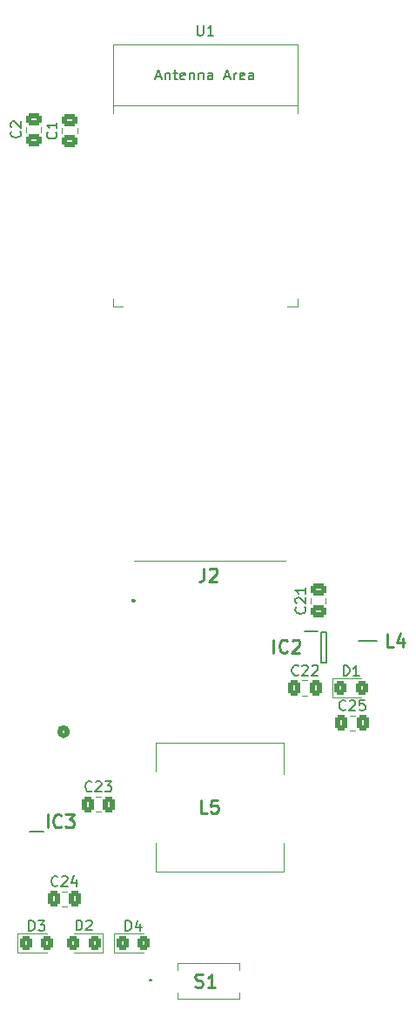
<source format=gto>
G04 #@! TF.GenerationSoftware,KiCad,Pcbnew,7.0.10*
G04 #@! TF.CreationDate,2024-02-24T15:32:32-05:00*
G04 #@! TF.ProjectId,Bird3Controller,42697264-3343-46f6-9e74-726f6c6c6572,rev?*
G04 #@! TF.SameCoordinates,Original*
G04 #@! TF.FileFunction,Legend,Top*
G04 #@! TF.FilePolarity,Positive*
%FSLAX46Y46*%
G04 Gerber Fmt 4.6, Leading zero omitted, Abs format (unit mm)*
G04 Created by KiCad (PCBNEW 7.0.10) date 2024-02-24 15:32:32*
%MOMM*%
%LPD*%
G01*
G04 APERTURE LIST*
G04 Aperture macros list*
%AMRoundRect*
0 Rectangle with rounded corners*
0 $1 Rounding radius*
0 $2 $3 $4 $5 $6 $7 $8 $9 X,Y pos of 4 corners*
0 Add a 4 corners polygon primitive as box body*
4,1,4,$2,$3,$4,$5,$6,$7,$8,$9,$2,$3,0*
0 Add four circle primitives for the rounded corners*
1,1,$1+$1,$2,$3*
1,1,$1+$1,$4,$5*
1,1,$1+$1,$6,$7*
1,1,$1+$1,$8,$9*
0 Add four rect primitives between the rounded corners*
20,1,$1+$1,$2,$3,$4,$5,0*
20,1,$1+$1,$4,$5,$6,$7,0*
20,1,$1+$1,$6,$7,$8,$9,0*
20,1,$1+$1,$8,$9,$2,$3,0*%
G04 Aperture macros list end*
%ADD10C,0.254000*%
%ADD11C,0.150000*%
%ADD12C,0.100000*%
%ADD13C,0.300000*%
%ADD14C,0.200000*%
%ADD15C,0.120000*%
%ADD16C,0.508000*%
%ADD17C,0.463500*%
%ADD18R,0.300000X0.800000*%
%ADD19R,0.400000X0.800000*%
%ADD20R,1.250000X0.600000*%
%ADD21R,2.200000X1.200000*%
%ADD22R,2.900000X5.400000*%
%ADD23RoundRect,0.250000X-0.337500X-0.475000X0.337500X-0.475000X0.337500X0.475000X-0.337500X0.475000X0*%
%ADD24RoundRect,0.250000X-0.325000X-0.450000X0.325000X-0.450000X0.325000X0.450000X-0.325000X0.450000X0*%
%ADD25RoundRect,0.250000X0.325000X0.450000X-0.325000X0.450000X-0.325000X-0.450000X0.325000X-0.450000X0*%
%ADD26RoundRect,0.250000X0.475000X-0.337500X0.475000X0.337500X-0.475000X0.337500X-0.475000X-0.337500X0*%
%ADD27R,1.425000X0.450000*%
%ADD28R,1.880000X2.000000*%
%ADD29R,2.000000X1.500000*%
%ADD30R,1.500000X0.900000*%
%ADD31R,0.900000X1.500000*%
%ADD32R,0.900000X0.900000*%
%ADD33C,0.800000*%
%ADD34O,2.152400X1.152400*%
%ADD35C,1.041400*%
G04 APERTURE END LIST*
D10*
X182076667Y-99871318D02*
X182076667Y-100778461D01*
X182076667Y-100778461D02*
X182016190Y-100959889D01*
X182016190Y-100959889D02*
X181895238Y-101080842D01*
X181895238Y-101080842D02*
X181713809Y-101141318D01*
X181713809Y-101141318D02*
X181592857Y-101141318D01*
X182620952Y-99992270D02*
X182681428Y-99931794D01*
X182681428Y-99931794D02*
X182802381Y-99871318D01*
X182802381Y-99871318D02*
X183104762Y-99871318D01*
X183104762Y-99871318D02*
X183225714Y-99931794D01*
X183225714Y-99931794D02*
X183286190Y-99992270D01*
X183286190Y-99992270D02*
X183346667Y-100113222D01*
X183346667Y-100113222D02*
X183346667Y-100234175D01*
X183346667Y-100234175D02*
X183286190Y-100415603D01*
X183286190Y-100415603D02*
X182560476Y-101141318D01*
X182560476Y-101141318D02*
X183346667Y-101141318D01*
X188860237Y-108074318D02*
X188860237Y-106804318D01*
X190190714Y-107953365D02*
X190130238Y-108013842D01*
X190130238Y-108013842D02*
X189948809Y-108074318D01*
X189948809Y-108074318D02*
X189827857Y-108074318D01*
X189827857Y-108074318D02*
X189646428Y-108013842D01*
X189646428Y-108013842D02*
X189525476Y-107892889D01*
X189525476Y-107892889D02*
X189464999Y-107771937D01*
X189464999Y-107771937D02*
X189404523Y-107530032D01*
X189404523Y-107530032D02*
X189404523Y-107348603D01*
X189404523Y-107348603D02*
X189464999Y-107106699D01*
X189464999Y-107106699D02*
X189525476Y-106985746D01*
X189525476Y-106985746D02*
X189646428Y-106864794D01*
X189646428Y-106864794D02*
X189827857Y-106804318D01*
X189827857Y-106804318D02*
X189948809Y-106804318D01*
X189948809Y-106804318D02*
X190130238Y-106864794D01*
X190130238Y-106864794D02*
X190190714Y-106925270D01*
X190674523Y-106925270D02*
X190734999Y-106864794D01*
X190734999Y-106864794D02*
X190855952Y-106804318D01*
X190855952Y-106804318D02*
X191158333Y-106804318D01*
X191158333Y-106804318D02*
X191279285Y-106864794D01*
X191279285Y-106864794D02*
X191339761Y-106925270D01*
X191339761Y-106925270D02*
X191400238Y-107046222D01*
X191400238Y-107046222D02*
X191400238Y-107167175D01*
X191400238Y-107167175D02*
X191339761Y-107348603D01*
X191339761Y-107348603D02*
X190614047Y-108074318D01*
X190614047Y-108074318D02*
X191400238Y-108074318D01*
X200488333Y-107474318D02*
X199883571Y-107474318D01*
X199883571Y-107474318D02*
X199883571Y-106204318D01*
X201455952Y-106627651D02*
X201455952Y-107474318D01*
X201153571Y-106143842D02*
X200851190Y-107050984D01*
X200851190Y-107050984D02*
X201637381Y-107050984D01*
X182388333Y-123674318D02*
X181783571Y-123674318D01*
X181783571Y-123674318D02*
X181783571Y-122404318D01*
X183416428Y-122404318D02*
X182811666Y-122404318D01*
X182811666Y-122404318D02*
X182751190Y-123009080D01*
X182751190Y-123009080D02*
X182811666Y-122948603D01*
X182811666Y-122948603D02*
X182932619Y-122888127D01*
X182932619Y-122888127D02*
X183235000Y-122888127D01*
X183235000Y-122888127D02*
X183355952Y-122948603D01*
X183355952Y-122948603D02*
X183416428Y-123009080D01*
X183416428Y-123009080D02*
X183476905Y-123130032D01*
X183476905Y-123130032D02*
X183476905Y-123432413D01*
X183476905Y-123432413D02*
X183416428Y-123553365D01*
X183416428Y-123553365D02*
X183355952Y-123613842D01*
X183355952Y-123613842D02*
X183235000Y-123674318D01*
X183235000Y-123674318D02*
X182932619Y-123674318D01*
X182932619Y-123674318D02*
X182811666Y-123613842D01*
X182811666Y-123613842D02*
X182751190Y-123553365D01*
D11*
X167857142Y-130679580D02*
X167809523Y-130727200D01*
X167809523Y-130727200D02*
X167666666Y-130774819D01*
X167666666Y-130774819D02*
X167571428Y-130774819D01*
X167571428Y-130774819D02*
X167428571Y-130727200D01*
X167428571Y-130727200D02*
X167333333Y-130631961D01*
X167333333Y-130631961D02*
X167285714Y-130536723D01*
X167285714Y-130536723D02*
X167238095Y-130346247D01*
X167238095Y-130346247D02*
X167238095Y-130203390D01*
X167238095Y-130203390D02*
X167285714Y-130012914D01*
X167285714Y-130012914D02*
X167333333Y-129917676D01*
X167333333Y-129917676D02*
X167428571Y-129822438D01*
X167428571Y-129822438D02*
X167571428Y-129774819D01*
X167571428Y-129774819D02*
X167666666Y-129774819D01*
X167666666Y-129774819D02*
X167809523Y-129822438D01*
X167809523Y-129822438D02*
X167857142Y-129870057D01*
X168238095Y-129870057D02*
X168285714Y-129822438D01*
X168285714Y-129822438D02*
X168380952Y-129774819D01*
X168380952Y-129774819D02*
X168619047Y-129774819D01*
X168619047Y-129774819D02*
X168714285Y-129822438D01*
X168714285Y-129822438D02*
X168761904Y-129870057D01*
X168761904Y-129870057D02*
X168809523Y-129965295D01*
X168809523Y-129965295D02*
X168809523Y-130060533D01*
X168809523Y-130060533D02*
X168761904Y-130203390D01*
X168761904Y-130203390D02*
X168190476Y-130774819D01*
X168190476Y-130774819D02*
X168809523Y-130774819D01*
X169666666Y-130108152D02*
X169666666Y-130774819D01*
X169428571Y-129727200D02*
X169190476Y-130441485D01*
X169190476Y-130441485D02*
X169809523Y-130441485D01*
X174461905Y-135104819D02*
X174461905Y-134104819D01*
X174461905Y-134104819D02*
X174700000Y-134104819D01*
X174700000Y-134104819D02*
X174842857Y-134152438D01*
X174842857Y-134152438D02*
X174938095Y-134247676D01*
X174938095Y-134247676D02*
X174985714Y-134342914D01*
X174985714Y-134342914D02*
X175033333Y-134533390D01*
X175033333Y-134533390D02*
X175033333Y-134676247D01*
X175033333Y-134676247D02*
X174985714Y-134866723D01*
X174985714Y-134866723D02*
X174938095Y-134961961D01*
X174938095Y-134961961D02*
X174842857Y-135057200D01*
X174842857Y-135057200D02*
X174700000Y-135104819D01*
X174700000Y-135104819D02*
X174461905Y-135104819D01*
X175890476Y-134438152D02*
X175890476Y-135104819D01*
X175652381Y-134057200D02*
X175414286Y-134771485D01*
X175414286Y-134771485D02*
X176033333Y-134771485D01*
X165061905Y-135104819D02*
X165061905Y-134104819D01*
X165061905Y-134104819D02*
X165300000Y-134104819D01*
X165300000Y-134104819D02*
X165442857Y-134152438D01*
X165442857Y-134152438D02*
X165538095Y-134247676D01*
X165538095Y-134247676D02*
X165585714Y-134342914D01*
X165585714Y-134342914D02*
X165633333Y-134533390D01*
X165633333Y-134533390D02*
X165633333Y-134676247D01*
X165633333Y-134676247D02*
X165585714Y-134866723D01*
X165585714Y-134866723D02*
X165538095Y-134961961D01*
X165538095Y-134961961D02*
X165442857Y-135057200D01*
X165442857Y-135057200D02*
X165300000Y-135104819D01*
X165300000Y-135104819D02*
X165061905Y-135104819D01*
X165966667Y-134104819D02*
X166585714Y-134104819D01*
X166585714Y-134104819D02*
X166252381Y-134485771D01*
X166252381Y-134485771D02*
X166395238Y-134485771D01*
X166395238Y-134485771D02*
X166490476Y-134533390D01*
X166490476Y-134533390D02*
X166538095Y-134581009D01*
X166538095Y-134581009D02*
X166585714Y-134676247D01*
X166585714Y-134676247D02*
X166585714Y-134914342D01*
X166585714Y-134914342D02*
X166538095Y-135009580D01*
X166538095Y-135009580D02*
X166490476Y-135057200D01*
X166490476Y-135057200D02*
X166395238Y-135104819D01*
X166395238Y-135104819D02*
X166109524Y-135104819D01*
X166109524Y-135104819D02*
X166014286Y-135057200D01*
X166014286Y-135057200D02*
X165966667Y-135009580D01*
X169661905Y-135054819D02*
X169661905Y-134054819D01*
X169661905Y-134054819D02*
X169900000Y-134054819D01*
X169900000Y-134054819D02*
X170042857Y-134102438D01*
X170042857Y-134102438D02*
X170138095Y-134197676D01*
X170138095Y-134197676D02*
X170185714Y-134292914D01*
X170185714Y-134292914D02*
X170233333Y-134483390D01*
X170233333Y-134483390D02*
X170233333Y-134626247D01*
X170233333Y-134626247D02*
X170185714Y-134816723D01*
X170185714Y-134816723D02*
X170138095Y-134911961D01*
X170138095Y-134911961D02*
X170042857Y-135007200D01*
X170042857Y-135007200D02*
X169900000Y-135054819D01*
X169900000Y-135054819D02*
X169661905Y-135054819D01*
X170614286Y-134150057D02*
X170661905Y-134102438D01*
X170661905Y-134102438D02*
X170757143Y-134054819D01*
X170757143Y-134054819D02*
X170995238Y-134054819D01*
X170995238Y-134054819D02*
X171090476Y-134102438D01*
X171090476Y-134102438D02*
X171138095Y-134150057D01*
X171138095Y-134150057D02*
X171185714Y-134245295D01*
X171185714Y-134245295D02*
X171185714Y-134340533D01*
X171185714Y-134340533D02*
X171138095Y-134483390D01*
X171138095Y-134483390D02*
X170566667Y-135054819D01*
X170566667Y-135054819D02*
X171185714Y-135054819D01*
X195661905Y-110304819D02*
X195661905Y-109304819D01*
X195661905Y-109304819D02*
X195900000Y-109304819D01*
X195900000Y-109304819D02*
X196042857Y-109352438D01*
X196042857Y-109352438D02*
X196138095Y-109447676D01*
X196138095Y-109447676D02*
X196185714Y-109542914D01*
X196185714Y-109542914D02*
X196233333Y-109733390D01*
X196233333Y-109733390D02*
X196233333Y-109876247D01*
X196233333Y-109876247D02*
X196185714Y-110066723D01*
X196185714Y-110066723D02*
X196138095Y-110161961D01*
X196138095Y-110161961D02*
X196042857Y-110257200D01*
X196042857Y-110257200D02*
X195900000Y-110304819D01*
X195900000Y-110304819D02*
X195661905Y-110304819D01*
X197185714Y-110304819D02*
X196614286Y-110304819D01*
X196900000Y-110304819D02*
X196900000Y-109304819D01*
X196900000Y-109304819D02*
X196804762Y-109447676D01*
X196804762Y-109447676D02*
X196709524Y-109542914D01*
X196709524Y-109542914D02*
X196614286Y-109590533D01*
X195857142Y-113579580D02*
X195809523Y-113627200D01*
X195809523Y-113627200D02*
X195666666Y-113674819D01*
X195666666Y-113674819D02*
X195571428Y-113674819D01*
X195571428Y-113674819D02*
X195428571Y-113627200D01*
X195428571Y-113627200D02*
X195333333Y-113531961D01*
X195333333Y-113531961D02*
X195285714Y-113436723D01*
X195285714Y-113436723D02*
X195238095Y-113246247D01*
X195238095Y-113246247D02*
X195238095Y-113103390D01*
X195238095Y-113103390D02*
X195285714Y-112912914D01*
X195285714Y-112912914D02*
X195333333Y-112817676D01*
X195333333Y-112817676D02*
X195428571Y-112722438D01*
X195428571Y-112722438D02*
X195571428Y-112674819D01*
X195571428Y-112674819D02*
X195666666Y-112674819D01*
X195666666Y-112674819D02*
X195809523Y-112722438D01*
X195809523Y-112722438D02*
X195857142Y-112770057D01*
X196238095Y-112770057D02*
X196285714Y-112722438D01*
X196285714Y-112722438D02*
X196380952Y-112674819D01*
X196380952Y-112674819D02*
X196619047Y-112674819D01*
X196619047Y-112674819D02*
X196714285Y-112722438D01*
X196714285Y-112722438D02*
X196761904Y-112770057D01*
X196761904Y-112770057D02*
X196809523Y-112865295D01*
X196809523Y-112865295D02*
X196809523Y-112960533D01*
X196809523Y-112960533D02*
X196761904Y-113103390D01*
X196761904Y-113103390D02*
X196190476Y-113674819D01*
X196190476Y-113674819D02*
X196809523Y-113674819D01*
X197714285Y-112674819D02*
X197238095Y-112674819D01*
X197238095Y-112674819D02*
X197190476Y-113151009D01*
X197190476Y-113151009D02*
X197238095Y-113103390D01*
X197238095Y-113103390D02*
X197333333Y-113055771D01*
X197333333Y-113055771D02*
X197571428Y-113055771D01*
X197571428Y-113055771D02*
X197666666Y-113103390D01*
X197666666Y-113103390D02*
X197714285Y-113151009D01*
X197714285Y-113151009D02*
X197761904Y-113246247D01*
X197761904Y-113246247D02*
X197761904Y-113484342D01*
X197761904Y-113484342D02*
X197714285Y-113579580D01*
X197714285Y-113579580D02*
X197666666Y-113627200D01*
X197666666Y-113627200D02*
X197571428Y-113674819D01*
X197571428Y-113674819D02*
X197333333Y-113674819D01*
X197333333Y-113674819D02*
X197238095Y-113627200D01*
X197238095Y-113627200D02*
X197190476Y-113579580D01*
X171157142Y-121479580D02*
X171109523Y-121527200D01*
X171109523Y-121527200D02*
X170966666Y-121574819D01*
X170966666Y-121574819D02*
X170871428Y-121574819D01*
X170871428Y-121574819D02*
X170728571Y-121527200D01*
X170728571Y-121527200D02*
X170633333Y-121431961D01*
X170633333Y-121431961D02*
X170585714Y-121336723D01*
X170585714Y-121336723D02*
X170538095Y-121146247D01*
X170538095Y-121146247D02*
X170538095Y-121003390D01*
X170538095Y-121003390D02*
X170585714Y-120812914D01*
X170585714Y-120812914D02*
X170633333Y-120717676D01*
X170633333Y-120717676D02*
X170728571Y-120622438D01*
X170728571Y-120622438D02*
X170871428Y-120574819D01*
X170871428Y-120574819D02*
X170966666Y-120574819D01*
X170966666Y-120574819D02*
X171109523Y-120622438D01*
X171109523Y-120622438D02*
X171157142Y-120670057D01*
X171538095Y-120670057D02*
X171585714Y-120622438D01*
X171585714Y-120622438D02*
X171680952Y-120574819D01*
X171680952Y-120574819D02*
X171919047Y-120574819D01*
X171919047Y-120574819D02*
X172014285Y-120622438D01*
X172014285Y-120622438D02*
X172061904Y-120670057D01*
X172061904Y-120670057D02*
X172109523Y-120765295D01*
X172109523Y-120765295D02*
X172109523Y-120860533D01*
X172109523Y-120860533D02*
X172061904Y-121003390D01*
X172061904Y-121003390D02*
X171490476Y-121574819D01*
X171490476Y-121574819D02*
X172109523Y-121574819D01*
X172442857Y-120574819D02*
X173061904Y-120574819D01*
X173061904Y-120574819D02*
X172728571Y-120955771D01*
X172728571Y-120955771D02*
X172871428Y-120955771D01*
X172871428Y-120955771D02*
X172966666Y-121003390D01*
X172966666Y-121003390D02*
X173014285Y-121051009D01*
X173014285Y-121051009D02*
X173061904Y-121146247D01*
X173061904Y-121146247D02*
X173061904Y-121384342D01*
X173061904Y-121384342D02*
X173014285Y-121479580D01*
X173014285Y-121479580D02*
X172966666Y-121527200D01*
X172966666Y-121527200D02*
X172871428Y-121574819D01*
X172871428Y-121574819D02*
X172585714Y-121574819D01*
X172585714Y-121574819D02*
X172490476Y-121527200D01*
X172490476Y-121527200D02*
X172442857Y-121479580D01*
X191257142Y-110179580D02*
X191209523Y-110227200D01*
X191209523Y-110227200D02*
X191066666Y-110274819D01*
X191066666Y-110274819D02*
X190971428Y-110274819D01*
X190971428Y-110274819D02*
X190828571Y-110227200D01*
X190828571Y-110227200D02*
X190733333Y-110131961D01*
X190733333Y-110131961D02*
X190685714Y-110036723D01*
X190685714Y-110036723D02*
X190638095Y-109846247D01*
X190638095Y-109846247D02*
X190638095Y-109703390D01*
X190638095Y-109703390D02*
X190685714Y-109512914D01*
X190685714Y-109512914D02*
X190733333Y-109417676D01*
X190733333Y-109417676D02*
X190828571Y-109322438D01*
X190828571Y-109322438D02*
X190971428Y-109274819D01*
X190971428Y-109274819D02*
X191066666Y-109274819D01*
X191066666Y-109274819D02*
X191209523Y-109322438D01*
X191209523Y-109322438D02*
X191257142Y-109370057D01*
X191638095Y-109370057D02*
X191685714Y-109322438D01*
X191685714Y-109322438D02*
X191780952Y-109274819D01*
X191780952Y-109274819D02*
X192019047Y-109274819D01*
X192019047Y-109274819D02*
X192114285Y-109322438D01*
X192114285Y-109322438D02*
X192161904Y-109370057D01*
X192161904Y-109370057D02*
X192209523Y-109465295D01*
X192209523Y-109465295D02*
X192209523Y-109560533D01*
X192209523Y-109560533D02*
X192161904Y-109703390D01*
X192161904Y-109703390D02*
X191590476Y-110274819D01*
X191590476Y-110274819D02*
X192209523Y-110274819D01*
X192590476Y-109370057D02*
X192638095Y-109322438D01*
X192638095Y-109322438D02*
X192733333Y-109274819D01*
X192733333Y-109274819D02*
X192971428Y-109274819D01*
X192971428Y-109274819D02*
X193066666Y-109322438D01*
X193066666Y-109322438D02*
X193114285Y-109370057D01*
X193114285Y-109370057D02*
X193161904Y-109465295D01*
X193161904Y-109465295D02*
X193161904Y-109560533D01*
X193161904Y-109560533D02*
X193114285Y-109703390D01*
X193114285Y-109703390D02*
X192542857Y-110274819D01*
X192542857Y-110274819D02*
X193161904Y-110274819D01*
X191879580Y-103642857D02*
X191927200Y-103690476D01*
X191927200Y-103690476D02*
X191974819Y-103833333D01*
X191974819Y-103833333D02*
X191974819Y-103928571D01*
X191974819Y-103928571D02*
X191927200Y-104071428D01*
X191927200Y-104071428D02*
X191831961Y-104166666D01*
X191831961Y-104166666D02*
X191736723Y-104214285D01*
X191736723Y-104214285D02*
X191546247Y-104261904D01*
X191546247Y-104261904D02*
X191403390Y-104261904D01*
X191403390Y-104261904D02*
X191212914Y-104214285D01*
X191212914Y-104214285D02*
X191117676Y-104166666D01*
X191117676Y-104166666D02*
X191022438Y-104071428D01*
X191022438Y-104071428D02*
X190974819Y-103928571D01*
X190974819Y-103928571D02*
X190974819Y-103833333D01*
X190974819Y-103833333D02*
X191022438Y-103690476D01*
X191022438Y-103690476D02*
X191070057Y-103642857D01*
X191070057Y-103261904D02*
X191022438Y-103214285D01*
X191022438Y-103214285D02*
X190974819Y-103119047D01*
X190974819Y-103119047D02*
X190974819Y-102880952D01*
X190974819Y-102880952D02*
X191022438Y-102785714D01*
X191022438Y-102785714D02*
X191070057Y-102738095D01*
X191070057Y-102738095D02*
X191165295Y-102690476D01*
X191165295Y-102690476D02*
X191260533Y-102690476D01*
X191260533Y-102690476D02*
X191403390Y-102738095D01*
X191403390Y-102738095D02*
X191974819Y-103309523D01*
X191974819Y-103309523D02*
X191974819Y-102690476D01*
X191974819Y-101738095D02*
X191974819Y-102309523D01*
X191974819Y-102023809D02*
X190974819Y-102023809D01*
X190974819Y-102023809D02*
X191117676Y-102119047D01*
X191117676Y-102119047D02*
X191212914Y-102214285D01*
X191212914Y-102214285D02*
X191260533Y-102309523D01*
X164179580Y-57366666D02*
X164227200Y-57414285D01*
X164227200Y-57414285D02*
X164274819Y-57557142D01*
X164274819Y-57557142D02*
X164274819Y-57652380D01*
X164274819Y-57652380D02*
X164227200Y-57795237D01*
X164227200Y-57795237D02*
X164131961Y-57890475D01*
X164131961Y-57890475D02*
X164036723Y-57938094D01*
X164036723Y-57938094D02*
X163846247Y-57985713D01*
X163846247Y-57985713D02*
X163703390Y-57985713D01*
X163703390Y-57985713D02*
X163512914Y-57938094D01*
X163512914Y-57938094D02*
X163417676Y-57890475D01*
X163417676Y-57890475D02*
X163322438Y-57795237D01*
X163322438Y-57795237D02*
X163274819Y-57652380D01*
X163274819Y-57652380D02*
X163274819Y-57557142D01*
X163274819Y-57557142D02*
X163322438Y-57414285D01*
X163322438Y-57414285D02*
X163370057Y-57366666D01*
X163370057Y-56985713D02*
X163322438Y-56938094D01*
X163322438Y-56938094D02*
X163274819Y-56842856D01*
X163274819Y-56842856D02*
X163274819Y-56604761D01*
X163274819Y-56604761D02*
X163322438Y-56509523D01*
X163322438Y-56509523D02*
X163370057Y-56461904D01*
X163370057Y-56461904D02*
X163465295Y-56414285D01*
X163465295Y-56414285D02*
X163560533Y-56414285D01*
X163560533Y-56414285D02*
X163703390Y-56461904D01*
X163703390Y-56461904D02*
X164274819Y-57033332D01*
X164274819Y-57033332D02*
X164274819Y-56414285D01*
X167679580Y-57466666D02*
X167727200Y-57514285D01*
X167727200Y-57514285D02*
X167774819Y-57657142D01*
X167774819Y-57657142D02*
X167774819Y-57752380D01*
X167774819Y-57752380D02*
X167727200Y-57895237D01*
X167727200Y-57895237D02*
X167631961Y-57990475D01*
X167631961Y-57990475D02*
X167536723Y-58038094D01*
X167536723Y-58038094D02*
X167346247Y-58085713D01*
X167346247Y-58085713D02*
X167203390Y-58085713D01*
X167203390Y-58085713D02*
X167012914Y-58038094D01*
X167012914Y-58038094D02*
X166917676Y-57990475D01*
X166917676Y-57990475D02*
X166822438Y-57895237D01*
X166822438Y-57895237D02*
X166774819Y-57752380D01*
X166774819Y-57752380D02*
X166774819Y-57657142D01*
X166774819Y-57657142D02*
X166822438Y-57514285D01*
X166822438Y-57514285D02*
X166870057Y-57466666D01*
X167774819Y-56514285D02*
X167774819Y-57085713D01*
X167774819Y-56799999D02*
X166774819Y-56799999D01*
X166774819Y-56799999D02*
X166917676Y-56895237D01*
X166917676Y-56895237D02*
X167012914Y-56990475D01*
X167012914Y-56990475D02*
X167060533Y-57085713D01*
D10*
X166860237Y-125074318D02*
X166860237Y-123804318D01*
X168190714Y-124953365D02*
X168130238Y-125013842D01*
X168130238Y-125013842D02*
X167948809Y-125074318D01*
X167948809Y-125074318D02*
X167827857Y-125074318D01*
X167827857Y-125074318D02*
X167646428Y-125013842D01*
X167646428Y-125013842D02*
X167525476Y-124892889D01*
X167525476Y-124892889D02*
X167464999Y-124771937D01*
X167464999Y-124771937D02*
X167404523Y-124530032D01*
X167404523Y-124530032D02*
X167404523Y-124348603D01*
X167404523Y-124348603D02*
X167464999Y-124106699D01*
X167464999Y-124106699D02*
X167525476Y-123985746D01*
X167525476Y-123985746D02*
X167646428Y-123864794D01*
X167646428Y-123864794D02*
X167827857Y-123804318D01*
X167827857Y-123804318D02*
X167948809Y-123804318D01*
X167948809Y-123804318D02*
X168130238Y-123864794D01*
X168130238Y-123864794D02*
X168190714Y-123925270D01*
X168614047Y-123804318D02*
X169400238Y-123804318D01*
X169400238Y-123804318D02*
X168976904Y-124288127D01*
X168976904Y-124288127D02*
X169158333Y-124288127D01*
X169158333Y-124288127D02*
X169279285Y-124348603D01*
X169279285Y-124348603D02*
X169339761Y-124409080D01*
X169339761Y-124409080D02*
X169400238Y-124530032D01*
X169400238Y-124530032D02*
X169400238Y-124832413D01*
X169400238Y-124832413D02*
X169339761Y-124953365D01*
X169339761Y-124953365D02*
X169279285Y-125013842D01*
X169279285Y-125013842D02*
X169158333Y-125074318D01*
X169158333Y-125074318D02*
X168795476Y-125074318D01*
X168795476Y-125074318D02*
X168674523Y-125013842D01*
X168674523Y-125013842D02*
X168614047Y-124953365D01*
X181232380Y-140513842D02*
X181413809Y-140574318D01*
X181413809Y-140574318D02*
X181716190Y-140574318D01*
X181716190Y-140574318D02*
X181837142Y-140513842D01*
X181837142Y-140513842D02*
X181897618Y-140453365D01*
X181897618Y-140453365D02*
X181958095Y-140332413D01*
X181958095Y-140332413D02*
X181958095Y-140211461D01*
X181958095Y-140211461D02*
X181897618Y-140090508D01*
X181897618Y-140090508D02*
X181837142Y-140030032D01*
X181837142Y-140030032D02*
X181716190Y-139969556D01*
X181716190Y-139969556D02*
X181474285Y-139909080D01*
X181474285Y-139909080D02*
X181353333Y-139848603D01*
X181353333Y-139848603D02*
X181292856Y-139788127D01*
X181292856Y-139788127D02*
X181232380Y-139667175D01*
X181232380Y-139667175D02*
X181232380Y-139546222D01*
X181232380Y-139546222D02*
X181292856Y-139425270D01*
X181292856Y-139425270D02*
X181353333Y-139364794D01*
X181353333Y-139364794D02*
X181474285Y-139304318D01*
X181474285Y-139304318D02*
X181776666Y-139304318D01*
X181776666Y-139304318D02*
X181958095Y-139364794D01*
X183167619Y-140574318D02*
X182441904Y-140574318D01*
X182804761Y-140574318D02*
X182804761Y-139304318D01*
X182804761Y-139304318D02*
X182683809Y-139485746D01*
X182683809Y-139485746D02*
X182562857Y-139606699D01*
X182562857Y-139606699D02*
X182441904Y-139667175D01*
D11*
X181438095Y-47044819D02*
X181438095Y-47854342D01*
X181438095Y-47854342D02*
X181485714Y-47949580D01*
X181485714Y-47949580D02*
X181533333Y-47997200D01*
X181533333Y-47997200D02*
X181628571Y-48044819D01*
X181628571Y-48044819D02*
X181819047Y-48044819D01*
X181819047Y-48044819D02*
X181914285Y-47997200D01*
X181914285Y-47997200D02*
X181961904Y-47949580D01*
X181961904Y-47949580D02*
X182009523Y-47854342D01*
X182009523Y-47854342D02*
X182009523Y-47044819D01*
X183009523Y-48044819D02*
X182438095Y-48044819D01*
X182723809Y-48044819D02*
X182723809Y-47044819D01*
X182723809Y-47044819D02*
X182628571Y-47187676D01*
X182628571Y-47187676D02*
X182533333Y-47282914D01*
X182533333Y-47282914D02*
X182438095Y-47330533D01*
X177438094Y-52059104D02*
X177914284Y-52059104D01*
X177342856Y-52344819D02*
X177676189Y-51344819D01*
X177676189Y-51344819D02*
X178009522Y-52344819D01*
X178342856Y-51678152D02*
X178342856Y-52344819D01*
X178342856Y-51773390D02*
X178390475Y-51725771D01*
X178390475Y-51725771D02*
X178485713Y-51678152D01*
X178485713Y-51678152D02*
X178628570Y-51678152D01*
X178628570Y-51678152D02*
X178723808Y-51725771D01*
X178723808Y-51725771D02*
X178771427Y-51821009D01*
X178771427Y-51821009D02*
X178771427Y-52344819D01*
X179104761Y-51678152D02*
X179485713Y-51678152D01*
X179247618Y-51344819D02*
X179247618Y-52201961D01*
X179247618Y-52201961D02*
X179295237Y-52297200D01*
X179295237Y-52297200D02*
X179390475Y-52344819D01*
X179390475Y-52344819D02*
X179485713Y-52344819D01*
X180199999Y-52297200D02*
X180104761Y-52344819D01*
X180104761Y-52344819D02*
X179914285Y-52344819D01*
X179914285Y-52344819D02*
X179819047Y-52297200D01*
X179819047Y-52297200D02*
X179771428Y-52201961D01*
X179771428Y-52201961D02*
X179771428Y-51821009D01*
X179771428Y-51821009D02*
X179819047Y-51725771D01*
X179819047Y-51725771D02*
X179914285Y-51678152D01*
X179914285Y-51678152D02*
X180104761Y-51678152D01*
X180104761Y-51678152D02*
X180199999Y-51725771D01*
X180199999Y-51725771D02*
X180247618Y-51821009D01*
X180247618Y-51821009D02*
X180247618Y-51916247D01*
X180247618Y-51916247D02*
X179771428Y-52011485D01*
X180676190Y-51678152D02*
X180676190Y-52344819D01*
X180676190Y-51773390D02*
X180723809Y-51725771D01*
X180723809Y-51725771D02*
X180819047Y-51678152D01*
X180819047Y-51678152D02*
X180961904Y-51678152D01*
X180961904Y-51678152D02*
X181057142Y-51725771D01*
X181057142Y-51725771D02*
X181104761Y-51821009D01*
X181104761Y-51821009D02*
X181104761Y-52344819D01*
X181580952Y-51678152D02*
X181580952Y-52344819D01*
X181580952Y-51773390D02*
X181628571Y-51725771D01*
X181628571Y-51725771D02*
X181723809Y-51678152D01*
X181723809Y-51678152D02*
X181866666Y-51678152D01*
X181866666Y-51678152D02*
X181961904Y-51725771D01*
X181961904Y-51725771D02*
X182009523Y-51821009D01*
X182009523Y-51821009D02*
X182009523Y-52344819D01*
X182914285Y-52344819D02*
X182914285Y-51821009D01*
X182914285Y-51821009D02*
X182866666Y-51725771D01*
X182866666Y-51725771D02*
X182771428Y-51678152D01*
X182771428Y-51678152D02*
X182580952Y-51678152D01*
X182580952Y-51678152D02*
X182485714Y-51725771D01*
X182914285Y-52297200D02*
X182819047Y-52344819D01*
X182819047Y-52344819D02*
X182580952Y-52344819D01*
X182580952Y-52344819D02*
X182485714Y-52297200D01*
X182485714Y-52297200D02*
X182438095Y-52201961D01*
X182438095Y-52201961D02*
X182438095Y-52106723D01*
X182438095Y-52106723D02*
X182485714Y-52011485D01*
X182485714Y-52011485D02*
X182580952Y-51963866D01*
X182580952Y-51963866D02*
X182819047Y-51963866D01*
X182819047Y-51963866D02*
X182914285Y-51916247D01*
X184104762Y-52059104D02*
X184580952Y-52059104D01*
X184009524Y-52344819D02*
X184342857Y-51344819D01*
X184342857Y-51344819D02*
X184676190Y-52344819D01*
X185009524Y-52344819D02*
X185009524Y-51678152D01*
X185009524Y-51868628D02*
X185057143Y-51773390D01*
X185057143Y-51773390D02*
X185104762Y-51725771D01*
X185104762Y-51725771D02*
X185200000Y-51678152D01*
X185200000Y-51678152D02*
X185295238Y-51678152D01*
X186009524Y-52297200D02*
X185914286Y-52344819D01*
X185914286Y-52344819D02*
X185723810Y-52344819D01*
X185723810Y-52344819D02*
X185628572Y-52297200D01*
X185628572Y-52297200D02*
X185580953Y-52201961D01*
X185580953Y-52201961D02*
X185580953Y-51821009D01*
X185580953Y-51821009D02*
X185628572Y-51725771D01*
X185628572Y-51725771D02*
X185723810Y-51678152D01*
X185723810Y-51678152D02*
X185914286Y-51678152D01*
X185914286Y-51678152D02*
X186009524Y-51725771D01*
X186009524Y-51725771D02*
X186057143Y-51821009D01*
X186057143Y-51821009D02*
X186057143Y-51916247D01*
X186057143Y-51916247D02*
X185580953Y-52011485D01*
X186914286Y-52344819D02*
X186914286Y-51821009D01*
X186914286Y-51821009D02*
X186866667Y-51725771D01*
X186866667Y-51725771D02*
X186771429Y-51678152D01*
X186771429Y-51678152D02*
X186580953Y-51678152D01*
X186580953Y-51678152D02*
X186485715Y-51725771D01*
X186914286Y-52297200D02*
X186819048Y-52344819D01*
X186819048Y-52344819D02*
X186580953Y-52344819D01*
X186580953Y-52344819D02*
X186485715Y-52297200D01*
X186485715Y-52297200D02*
X186438096Y-52201961D01*
X186438096Y-52201961D02*
X186438096Y-52106723D01*
X186438096Y-52106723D02*
X186485715Y-52011485D01*
X186485715Y-52011485D02*
X186580953Y-51963866D01*
X186580953Y-51963866D02*
X186819048Y-51963866D01*
X186819048Y-51963866D02*
X186914286Y-51916247D01*
D12*
X190000000Y-99100000D02*
X175250000Y-99100000D01*
D13*
X175250000Y-103000000D02*
X175250000Y-103000000D01*
X175150000Y-103000000D02*
X175150000Y-103000000D01*
X175150000Y-103000000D02*
G75*
G03*
X175250000Y-103000000I50000J0D01*
G01*
X175250000Y-103000000D02*
G75*
G03*
X175150000Y-103000000I-50000J0D01*
G01*
D14*
X191875000Y-105950000D02*
X193125000Y-105950000D01*
X193475000Y-106100000D02*
X194025000Y-106100000D01*
X193475000Y-109000000D02*
X193475000Y-106100000D01*
X194025000Y-106100000D02*
X194025000Y-109000000D01*
X194025000Y-109000000D02*
X193475000Y-109000000D01*
X198900000Y-106900000D02*
X197100000Y-106900000D01*
D12*
X177350000Y-116850000D02*
X189850000Y-116850000D01*
X189850000Y-116850000D02*
X189850000Y-116850000D01*
X189850000Y-116850000D02*
X177350000Y-116850000D01*
X177350000Y-116850000D02*
X177350000Y-116850000D01*
X189850000Y-129350000D02*
X177350000Y-129350000D01*
X177350000Y-129350000D02*
X177350000Y-129350000D01*
X177350000Y-129350000D02*
X189850000Y-129350000D01*
X189850000Y-129350000D02*
X189850000Y-129350000D01*
X177350000Y-119600000D02*
X177350000Y-119600000D01*
X177350000Y-119600000D02*
X177350000Y-116850000D01*
X177350000Y-116850000D02*
X177350000Y-116850000D01*
X177350000Y-116850000D02*
X177350000Y-119600000D01*
X189850000Y-116850000D02*
X189850000Y-116850000D01*
X189850000Y-116850000D02*
X189850000Y-119850000D01*
X189850000Y-119850000D02*
X189850000Y-119850000D01*
X189850000Y-119850000D02*
X189850000Y-116850000D01*
X189850000Y-126600000D02*
X189850000Y-126600000D01*
X189850000Y-126600000D02*
X189850000Y-129350000D01*
X189850000Y-129350000D02*
X189850000Y-129350000D01*
X189850000Y-129350000D02*
X189850000Y-126600000D01*
X177350000Y-129350000D02*
X177350000Y-129350000D01*
X177350000Y-129350000D02*
X177350000Y-126600000D01*
X177350000Y-126600000D02*
X177350000Y-126600000D01*
X177350000Y-126600000D02*
X177350000Y-129350000D01*
D15*
X168238748Y-131265000D02*
X168761252Y-131265000D01*
X168238748Y-132735000D02*
X168761252Y-132735000D01*
X173340000Y-135340000D02*
X173340000Y-137260000D01*
X176200000Y-135340000D02*
X173340000Y-135340000D01*
X173340000Y-137260000D02*
X176200000Y-137260000D01*
X163940000Y-137260000D02*
X166800000Y-137260000D01*
X166800000Y-135340000D02*
X163940000Y-135340000D01*
X163940000Y-135340000D02*
X163940000Y-137260000D01*
X172260000Y-135340000D02*
X169400000Y-135340000D01*
X169400000Y-137260000D02*
X172260000Y-137260000D01*
X172260000Y-137260000D02*
X172260000Y-135340000D01*
X194540000Y-110540000D02*
X194540000Y-112460000D01*
X197400000Y-110540000D02*
X194540000Y-110540000D01*
X194540000Y-112460000D02*
X197400000Y-112460000D01*
X196238748Y-114165000D02*
X196761252Y-114165000D01*
X196238748Y-115635000D02*
X196761252Y-115635000D01*
X171538748Y-122065000D02*
X172061252Y-122065000D01*
X171538748Y-123535000D02*
X172061252Y-123535000D01*
X191638748Y-110765000D02*
X192161252Y-110765000D01*
X191638748Y-112235000D02*
X192161252Y-112235000D01*
X192465000Y-103261252D02*
X192465000Y-102738748D01*
X193935000Y-103261252D02*
X193935000Y-102738748D01*
X164765000Y-57461252D02*
X164765000Y-56938748D01*
X166235000Y-57461252D02*
X166235000Y-56938748D01*
X168265000Y-57561252D02*
X168265000Y-57038748D01*
X169735000Y-57561252D02*
X169735000Y-57038748D01*
D14*
X165075000Y-125450000D02*
X166500000Y-125450000D01*
X176800000Y-139900000D02*
G75*
G03*
X177000000Y-139900000I100000J0D01*
G01*
X177000000Y-139900000D02*
G75*
G03*
X176800000Y-139900000I-100000J0D01*
G01*
D12*
X185500000Y-141750000D02*
X185500000Y-141100000D01*
X185500000Y-138250000D02*
X185500000Y-138900000D01*
X179500000Y-141750000D02*
X185500000Y-141750000D01*
X179500000Y-141100000D02*
X179500000Y-141750000D01*
X179500000Y-138900000D02*
X179500000Y-138250000D01*
X179500000Y-138250000D02*
X185500000Y-138250000D01*
D14*
X177000000Y-139900000D02*
X177000000Y-139900000D01*
X176800000Y-139900000D02*
X176800000Y-139900000D01*
D15*
X173200000Y-48890000D02*
X173200000Y-55640000D01*
X173200000Y-48890000D02*
X191200000Y-48890000D01*
X173200000Y-73640000D02*
X173200000Y-74390000D01*
X173200000Y-74390000D02*
X174200000Y-74390000D01*
X191200000Y-48890000D02*
X191200000Y-55640000D01*
X191200000Y-54830000D02*
X173200000Y-54830000D01*
X191200000Y-73640000D02*
X191200000Y-74390000D01*
X191200000Y-74390000D02*
X190200000Y-74390000D01*
D16*
X168796700Y-115740000D02*
G75*
G03*
X168034700Y-115740000I-381000J0D01*
G01*
X168034700Y-115740000D02*
G75*
G03*
X168796700Y-115740000I381000J0D01*
G01*
%LPC*%
D17*
X175396750Y-89690000D02*
G75*
G03*
X174933250Y-89690000I-231750J0D01*
G01*
X174933250Y-89690000D02*
G75*
G03*
X175396750Y-89690000I231750J0D01*
G01*
X175396750Y-96290000D02*
G75*
G03*
X174933250Y-96290000I-231750J0D01*
G01*
X174933250Y-96290000D02*
G75*
G03*
X175396750Y-96290000I231750J0D01*
G01*
D18*
X175250000Y-102000000D03*
X175750000Y-102000000D03*
X176250000Y-102000000D03*
X176750000Y-102000000D03*
X177250000Y-102000000D03*
X177750000Y-102000000D03*
X178250000Y-102000000D03*
X178750000Y-102000000D03*
X179250000Y-102000000D03*
X179750000Y-102000000D03*
X180250000Y-102000000D03*
X180750000Y-102000000D03*
X181250000Y-102000000D03*
X181750000Y-102000000D03*
X182250000Y-102000000D03*
X182750000Y-102000000D03*
X183250000Y-102000000D03*
X183750000Y-102000000D03*
X184250000Y-102000000D03*
X184750000Y-102000000D03*
X185250000Y-102000000D03*
X185750000Y-102000000D03*
X186250000Y-102000000D03*
X186750000Y-102000000D03*
X187250000Y-102000000D03*
X187750000Y-102000000D03*
X188250000Y-102000000D03*
X188750000Y-102000000D03*
X189250000Y-102000000D03*
X189750000Y-102000000D03*
D19*
X190750000Y-99500000D03*
X174250000Y-99500000D03*
D20*
X192500000Y-106600000D03*
X192500000Y-107550000D03*
X192500000Y-108500000D03*
X195000000Y-108500000D03*
X195000000Y-107550000D03*
X195000000Y-106600000D03*
D21*
X198000000Y-105800000D03*
X198000000Y-108000000D03*
D22*
X178750000Y-123100000D03*
X188450000Y-123100000D03*
D23*
X167462500Y-132000000D03*
X169537500Y-132000000D03*
D24*
X174175000Y-136300000D03*
X176225000Y-136300000D03*
X166825000Y-136300000D03*
X164775000Y-136300000D03*
D25*
X169375000Y-136300000D03*
X171425000Y-136300000D03*
D24*
X195375000Y-111500000D03*
X197425000Y-111500000D03*
D23*
X195462500Y-114900000D03*
X197537500Y-114900000D03*
X170762500Y-122800000D03*
X172837500Y-122800000D03*
X190862500Y-111500000D03*
X192937500Y-111500000D03*
D26*
X193200000Y-104037500D03*
X193200000Y-101962500D03*
X165500000Y-58237500D03*
X165500000Y-56162500D03*
X169000000Y-58337500D03*
X169000000Y-56262500D03*
D27*
X165788000Y-126025000D03*
X165788000Y-126675000D03*
X165788000Y-127325000D03*
X165788000Y-127975000D03*
X170212000Y-127975000D03*
X170212000Y-127325000D03*
X170212000Y-126675000D03*
X170212000Y-126025000D03*
D28*
X168000000Y-127000000D03*
D29*
X186600000Y-140000000D03*
X178400000Y-140000000D03*
D30*
X173450000Y-56380000D03*
X173450000Y-57650000D03*
X173450000Y-58920000D03*
X173450000Y-60190000D03*
X173450000Y-61460000D03*
X173450000Y-62730000D03*
X173450000Y-64000000D03*
X173450000Y-65270000D03*
X173450000Y-66540000D03*
X173450000Y-67810000D03*
X173450000Y-69080000D03*
X173450000Y-70350000D03*
X173450000Y-71620000D03*
X173450000Y-72890000D03*
D31*
X175215000Y-74140000D03*
X176485000Y-74140000D03*
X177755000Y-74140000D03*
X179025000Y-74140000D03*
X180295000Y-74140000D03*
X181565000Y-74140000D03*
X182835000Y-74140000D03*
X184105000Y-74140000D03*
X185375000Y-74140000D03*
X186645000Y-74140000D03*
X187915000Y-74140000D03*
X189185000Y-74140000D03*
D30*
X190950000Y-72890000D03*
X190950000Y-71620000D03*
X190950000Y-70350000D03*
X190950000Y-69080000D03*
X190950000Y-67810000D03*
X190950000Y-66540000D03*
X190950000Y-65270000D03*
X190950000Y-64000000D03*
X190950000Y-62730000D03*
X190950000Y-61460000D03*
X190950000Y-60190000D03*
X190950000Y-58920000D03*
X190950000Y-57650000D03*
X190950000Y-56380000D03*
D32*
X179300000Y-62700000D03*
X179300000Y-64100000D03*
X179300000Y-65500000D03*
X179300000Y-65500000D03*
X180700000Y-62700000D03*
X180700000Y-62700000D03*
X180700000Y-64100000D03*
X180700000Y-65500000D03*
X182100000Y-62700000D03*
X182100000Y-64100000D03*
X182100000Y-65500000D03*
D33*
X175165000Y-89690000D03*
X175165000Y-96290000D03*
D34*
X179105000Y-88380000D03*
X179105000Y-97600000D03*
X174605000Y-88380000D03*
X174605000Y-97600000D03*
D35*
X172500000Y-117870000D03*
X192500000Y-117870000D03*
%LPD*%
M02*

</source>
